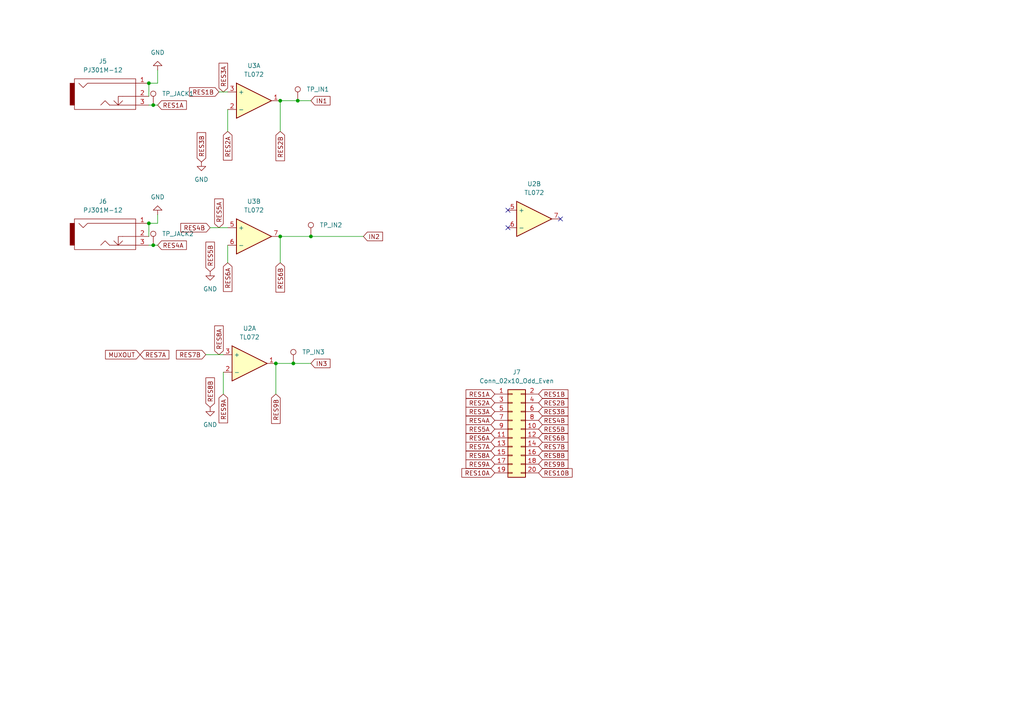
<source format=kicad_sch>
(kicad_sch (version 20231120) (generator "eeschema") (generator_version "8.0")
  (paper "A4")
  (lib_symbols
    (symbol "Connector:TestPoint" (pin_numbers hide) (pin_names (offset 0.762) hide)
      (property "Reference" "TP" (at 0 6.858 0))
      (property "Value" "TestPoint" (at 0 5.08 0))
      (symbol "TestPoint_0_1"
        (circle (center 0 3.302) (radius 0.762))
      )
      (symbol "TestPoint_1_1"
        (pin passive line (at 0 0 90) (length 2.54) (name "1") (number "1"))
      )
    )
    (symbol "Connector_Generic:Conn_02x10_Odd_Even" (pin_names (offset 1.016) hide)
      (property "Reference" "J" (at 1.27 12.7 0))
      (property "Value" "Conn_02x10_Odd_Even" (at 1.27 -15.24 0))
      (symbol "Conn_02x10_Odd_Even_1_1"
        (rectangle (start -1.27 -12.573) (end 0 -12.827) (stroke (width 0.1524)))
        (rectangle (start -1.27 -10.033) (end 0 -10.287) (stroke (width 0.1524)))
        (rectangle (start -1.27 -7.493) (end 0 -7.747) (stroke (width 0.1524)))
        (rectangle (start -1.27 -4.953) (end 0 -5.207) (stroke (width 0.1524)))
        (rectangle (start -1.27 -2.413) (end 0 -2.667) (stroke (width 0.1524)))
        (rectangle (start -1.27 0.127) (end 0 -0.127) (stroke (width 0.1524)))
        (rectangle (start -1.27 2.667) (end 0 2.413) (stroke (width 0.1524)))
        (rectangle (start -1.27 5.207) (end 0 4.953) (stroke (width 0.1524)))
        (rectangle (start -1.27 7.747) (end 0 7.493) (stroke (width 0.1524)))
        (rectangle (start -1.27 10.287) (end 0 10.033) (stroke (width 0.1524)))
        (rectangle (start -1.27 11.43) (end 3.81 -13.97) (stroke (width 0.254)) (fill (type background)))
        (rectangle (start 3.81 -12.573) (end 2.54 -12.827) (stroke (width 0.1524)))
        (rectangle (start 3.81 -10.033) (end 2.54 -10.287) (stroke (width 0.1524)))
        (rectangle (start 3.81 -7.493) (end 2.54 -7.747) (stroke (width 0.1524)))
        (rectangle (start 3.81 -4.953) (end 2.54 -5.207) (stroke (width 0.1524)))
        (rectangle (start 3.81 -2.413) (end 2.54 -2.667) (stroke (width 0.1524)))
        (rectangle (start 3.81 0.127) (end 2.54 -0.127) (stroke (width 0.1524)))
        (rectangle (start 3.81 2.667) (end 2.54 2.413) (stroke (width 0.1524)))
        (rectangle (start 3.81 5.207) (end 2.54 4.953) (stroke (width 0.1524)))
        (rectangle (start 3.81 7.747) (end 2.54 7.493) (stroke (width 0.1524)))
        (rectangle (start 3.81 10.287) (end 2.54 10.033) (stroke (width 0.1524)))
        (pin passive line (at -5.08 10.16 0) (length 3.81) (name "Pin_1") (number "1"))
        (pin passive line (at 7.62 0 180) (length 3.81) (name "Pin_10") (number "10"))
        (pin passive line (at -5.08 -2.54 0) (length 3.81) (name "Pin_11") (number "11"))
        (pin passive line (at 7.62 -2.54 180) (length 3.81) (name "Pin_12") (number "12"))
        (pin passive line (at -5.08 -5.08 0) (length 3.81) (name "Pin_13") (number "13"))
        (pin passive line (at 7.62 -5.08 180) (length 3.81) (name "Pin_14") (number "14"))
        (pin passive line (at -5.08 -7.62 0) (length 3.81) (name "Pin_15") (number "15"))
        (pin passive line (at 7.62 -7.62 180) (length 3.81) (name "Pin_16") (number "16"))
        (pin passive line (at -5.08 -10.16 0) (length 3.81) (name "Pin_17") (number "17"))
        (pin passive line (at 7.62 -10.16 180) (length 3.81) (name "Pin_18") (number "18"))
        (pin passive line (at -5.08 -12.7 0) (length 3.81) (name "Pin_19") (number "19"))
        (pin passive line (at 7.62 10.16 180) (length 3.81) (name "Pin_2") (number "2"))
        (pin passive line (at 7.62 -12.7 180) (length 3.81) (name "Pin_20") (number "20"))
        (pin passive line (at -5.08 7.62 0) (length 3.81) (name "Pin_3") (number "3"))
        (pin passive line (at 7.62 7.62 180) (length 3.81) (name "Pin_4") (number "4"))
        (pin passive line (at -5.08 5.08 0) (length 3.81) (name "Pin_5") (number "5"))
        (pin passive line (at 7.62 5.08 180) (length 3.81) (name "Pin_6") (number "6"))
        (pin passive line (at -5.08 2.54 0) (length 3.81) (name "Pin_7") (number "7"))
        (pin passive line (at 7.62 2.54 180) (length 3.81) (name "Pin_8") (number "8"))
        (pin passive line (at -5.08 0 0) (length 3.81) (name "Pin_9") (number "9"))
      )
    )
    (symbol "PCM_4ms_IC:TL072"
      (property "Reference" "U" (at 2.54 5.08 0))
      (property "Value" "TL072" (at 2.54 -3.81 0))
      (symbol "TL072_1_1"
        (polyline (pts (xy -5.08 5.08) (xy 5.08 0) (xy -5.08 -5.08) (xy -5.08 5.08)) (stroke (width 0.254)) (fill (type background)))
        (pin output line (at 7.62 0 180) (length 2.54) (name "~") (number "1"))
        (pin input line (at -7.62 -2.54 0) (length 2.54) (name "-") (number "2"))
        (pin input line (at -7.62 2.54 0) (length 2.54) (name "+") (number "3"))
      )
      (symbol "TL072_2_1"
        (polyline (pts (xy -5.08 5.08) (xy 5.08 0) (xy -5.08 -5.08) (xy -5.08 5.08)) (stroke (width 0.254)) (fill (type background)))
        (pin input line (at -7.62 2.54 0) (length 2.54) (name "+") (number "5"))
        (pin input line (at -7.62 -2.54 0) (length 2.54) (name "-") (number "6"))
        (pin output line (at 7.62 0 180) (length 2.54) (name "~") (number "7"))
      )
      (symbol "TL072_3_1"
        (rectangle (start -2.54 3.81) (end 2.54 -3.81) (fill (type background)))
        (pin power_in line (at 0 -6.35 90) (length 2.54) (name "V-") (number "4"))
        (pin power_in line (at 0 6.35 270) (length 2.54) (name "V+") (number "8"))
      )
    )
    (symbol "eurocad:PJ301M-12" (pin_names (offset 1.016))
      (property "Reference" "J" (at -8.89 -5.08 0))
      (property "Value" "PJ301M-12" (at -3.81 6.35 0))
      (symbol "PJ301M-12_0_1"
        (rectangle (start -11.43 3.81) (end -10.16 -2.54) (fill (type outline)))
        (polyline (pts (xy 3.81 0) (xy 7.62 0) (xy 7.62 0)))
        (polyline (pts (xy 0 -2.54) (xy -1.27 -1.27) (xy -2.54 -2.54) (xy -2.54 -2.54)))
        (polyline (pts (xy 0 -2.54) (xy 7.62 -2.54) (xy 7.62 -2.54) (xy 7.62 -2.54)))
        (polyline (pts (xy 1.27 -1.27) (xy 2.54 -2.54) (xy 3.81 -1.27) (xy 3.81 -1.27)))
        (polyline (pts (xy 3.81 0) (xy 2.54 0) (xy 2.54 -2.54) (xy 2.54 -2.54)))
        (polyline (pts (xy 7.62 3.81) (xy -6.35 3.81) (xy -7.62 2.54) (xy -8.89 3.81) (xy -8.89 3.81)))
        (rectangle (start 7.62 -3.81) (end -10.16 5.08))
      )
      (symbol "PJ301M-12_1_1"
        (pin passive line (at 11.43 3.81 180) (length 3.81) (name "~") (number "1"))
        (pin passive line (at 11.43 0 180) (length 3.81) (name "~") (number "2"))
        (pin passive line (at 11.43 -2.54 180) (length 3.81) (name "~") (number "3"))
      )
    )
    (symbol "power:GND" (power) (pin_numbers hide) (pin_names (offset 0) hide)
      (property "Value" "GND" (at 0 -3.81 0))
      (symbol "GND_0_1"
        (polyline (pts (xy 0 0) (xy 0 -1.27) (xy 1.27 -1.27) (xy 0 -2.54) (xy -1.27 -1.27) (xy 0 -1.27)))
      )
      (symbol "GND_1_1"
        (pin power_in line (at 0 0 270) (length 0) (name "~") (number "1"))
      )
    )
  )
  (junction (at 44.45 30.48))
  (junction (at 80.01 105.41))
  (junction (at 86.36 29.21))
  (junction (at 81.28 29.21))
  (junction (at 43.18 64.77))
  (junction (at 85.09 105.41))
  (junction (at 44.45 71.12))
  (junction (at 43.18 24.13))
  (junction (at 90.17 68.58))
  (junction (at 81.28 68.58))
  (no_connect (at 147.32 66.04))
  (no_connect (at 147.32 60.96))
  (no_connect (at 162.56 63.5))
  (wire (pts (xy 90.17 68.58) (xy 105.41 68.58)))
  (wire (pts (xy 81.28 76.2) (xy 81.28 68.58)))
  (wire (pts (xy 45.72 71.12) (xy 44.45 71.12)))
  (wire (pts (xy 66.04 31.75) (xy 66.04 38.1)))
  (wire (pts (xy 80.01 105.41) (xy 85.09 105.41)))
  (wire (pts (xy 80.01 114.3) (xy 80.01 105.41)))
  (wire (pts (xy 81.28 68.58) (xy 90.17 68.58)))
  (wire (pts (xy 45.72 30.48) (xy 44.45 30.48)))
  (wire (pts (xy 63.5 26.67) (xy 66.04 26.67)))
  (wire (pts (xy 45.72 62.23) (xy 45.72 64.77)))
  (wire (pts (xy 43.18 64.77) (xy 43.18 68.58)))
  (wire (pts (xy 44.45 71.12) (xy 43.18 71.12)))
  (wire (pts (xy 81.28 29.21) (xy 86.36 29.21)))
  (wire (pts (xy 66.04 71.12) (xy 66.04 76.2)))
  (wire (pts (xy 59.69 102.87) (xy 64.77 102.87)))
  (wire (pts (xy 44.45 30.48) (xy 43.18 30.48)))
  (wire (pts (xy 60.96 66.04) (xy 66.04 66.04)))
  (wire (pts (xy 43.18 24.13) (xy 43.18 27.94)))
  (wire (pts (xy 45.72 64.77) (xy 43.18 64.77)))
  (wire (pts (xy 85.09 105.41) (xy 90.17 105.41)))
  (wire (pts (xy 81.28 38.1) (xy 81.28 29.21)))
  (wire (pts (xy 45.72 20.32) (xy 45.72 24.13)))
  (wire (pts (xy 64.77 107.95) (xy 64.77 114.3)))
  (wire (pts (xy 86.36 29.21) (xy 90.17 29.21)))
  (wire (pts (xy 45.72 24.13) (xy 43.18 24.13)))
  (global_label "MUXOUT" (shape input) (at 40.64 102.87 180) (property "Intersheetrefs" "${INTERSHEET_REFS}" (effects (hide yes))))
  (global_label "RES3B" (shape input) (at 58.42 46.99 90) (property "Intersheetrefs" "${INTERSHEET_REFS}" (effects (hide yes))))
  (global_label "RES4B" (shape input) (at 60.96 66.04 180) (property "Intersheetrefs" "${INTERSHEET_REFS}" (effects (hide yes))))
  (global_label "RES1B" (shape input) (at 63.5 26.67 180) (property "Intersheetrefs" "${INTERSHEET_REFS}" (effects (hide yes))))
  (global_label "RES5B" (shape input) (at 156.21 124.46 0) (property "Intersheetrefs" "${INTERSHEET_REFS}" (effects (hide yes))))
  (global_label "RES9B" (shape input) (at 80.01 114.3 270) (property "Intersheetrefs" "${INTERSHEET_REFS}" (effects (hide yes))))
  (global_label "RES8B" (shape input) (at 156.21 132.08 0) (property "Intersheetrefs" "${INTERSHEET_REFS}" (effects (hide yes))))
  (global_label "RES7B" (shape input) (at 59.69 102.87 180) (property "Intersheetrefs" "${INTERSHEET_REFS}" (effects (hide yes))))
  (global_label "RES6B" (shape input) (at 156.21 127 0) (property "Intersheetrefs" "${INTERSHEET_REFS}" (effects (hide yes))))
  (global_label "RES7A" (shape input) (at 40.64 102.87 0) (property "Intersheetrefs" "${INTERSHEET_REFS}" (effects (hide yes))))
  (global_label "RES5A" (shape input) (at 63.5 66.04 90) (property "Intersheetrefs" "${INTERSHEET_REFS}" (effects (hide yes))))
  (global_label "RES3A" (shape input) (at 64.77 26.67 90) (property "Intersheetrefs" "${INTERSHEET_REFS}" (effects (hide yes))))
  (global_label "RES3A" (shape input) (at 143.51 119.38 180) (property "Intersheetrefs" "${INTERSHEET_REFS}" (effects (hide yes))))
  (global_label "RES10A" (shape input) (at 143.51 137.16 180) (property "Intersheetrefs" "${INTERSHEET_REFS}" (effects (hide yes))))
  (global_label "RES1A" (shape input) (at 45.72 30.48 0) (property "Intersheetrefs" "${INTERSHEET_REFS}" (effects (hide yes))))
  (global_label "RES6B" (shape input) (at 81.28 76.2 270) (property "Intersheetrefs" "${INTERSHEET_REFS}" (effects (hide yes))))
  (global_label "RES8B" (shape input) (at 60.96 118.11 90) (property "Intersheetrefs" "${INTERSHEET_REFS}" (effects (hide yes))))
  (global_label "RES4A" (shape input) (at 143.51 121.92 180) (property "Intersheetrefs" "${INTERSHEET_REFS}" (effects (hide yes))))
  (global_label "RES2B" (shape input) (at 156.21 116.84 0) (property "Intersheetrefs" "${INTERSHEET_REFS}" (effects (hide yes))))
  (global_label "IN3" (shape input) (at 90.17 105.41 0) (property "Intersheetrefs" "${INTERSHEET_REFS}" (effects (hide yes))))
  (global_label "RES2A" (shape input) (at 66.04 38.1 270) (property "Intersheetrefs" "${INTERSHEET_REFS}" (effects (hide yes))))
  (global_label "IN1" (shape input) (at 90.17 29.21 0) (property "Intersheetrefs" "${INTERSHEET_REFS}" (effects (hide yes))))
  (global_label "RES2B" (shape input) (at 81.28 38.1 270) (property "Intersheetrefs" "${INTERSHEET_REFS}" (effects (hide yes))))
  (global_label "RES8A" (shape input) (at 143.51 132.08 180) (property "Intersheetrefs" "${INTERSHEET_REFS}" (effects (hide yes))))
  (global_label "RES9A" (shape input) (at 143.51 134.62 180) (property "Intersheetrefs" "${INTERSHEET_REFS}" (effects (hide yes))))
  (global_label "RES1B" (shape input) (at 156.21 114.3 0) (property "Intersheetrefs" "${INTERSHEET_REFS}" (effects (hide yes))))
  (global_label "RES6A" (shape input) (at 143.51 127 180) (property "Intersheetrefs" "${INTERSHEET_REFS}" (effects (hide yes))))
  (global_label "RES7B" (shape input) (at 156.21 129.54 0) (property "Intersheetrefs" "${INTERSHEET_REFS}" (effects (hide yes))))
  (global_label "RES3B" (shape input) (at 156.21 119.38 0) (property "Intersheetrefs" "${INTERSHEET_REFS}" (effects (hide yes))))
  (global_label "RES7A" (shape input) (at 143.51 129.54 180) (property "Intersheetrefs" "${INTERSHEET_REFS}" (effects (hide yes))))
  (global_label "RES6A" (shape input) (at 66.04 76.2 270) (property "Intersheetrefs" "${INTERSHEET_REFS}" (effects (hide yes))))
  (global_label "RES9A" (shape input) (at 64.77 114.3 270) (property "Intersheetrefs" "${INTERSHEET_REFS}" (effects (hide yes))))
  (global_label "RES5B" (shape input) (at 60.96 78.74 90) (property "Intersheetrefs" "${INTERSHEET_REFS}" (effects (hide yes))))
  (global_label "RES5A" (shape input) (at 143.51 124.46 180) (property "Intersheetrefs" "${INTERSHEET_REFS}" (effects (hide yes))))
  (global_label "RES4B" (shape input) (at 156.21 121.92 0) (property "Intersheetrefs" "${INTERSHEET_REFS}" (effects (hide yes))))
  (global_label "RES2A" (shape input) (at 143.51 116.84 180) (property "Intersheetrefs" "${INTERSHEET_REFS}" (effects (hide yes))))
  (global_label "RES4A" (shape input) (at 45.72 71.12 0) (property "Intersheetrefs" "${INTERSHEET_REFS}" (effects (hide yes))))
  (global_label "IN2" (shape input) (at 105.41 68.58 0) (property "Intersheetrefs" "${INTERSHEET_REFS}" (effects (hide yes))))
  (global_label "RES10B" (shape input) (at 156.21 137.16 0) (property "Intersheetrefs" "${INTERSHEET_REFS}" (effects (hide yes))))
  (global_label "RES9B" (shape input) (at 156.21 134.62 0) (property "Intersheetrefs" "${INTERSHEET_REFS}" (effects (hide yes))))
  (global_label "RES8A" (shape input) (at 63.5 102.87 90) (property "Intersheetrefs" "${INTERSHEET_REFS}" (effects (hide yes))))
  (global_label "RES1A" (shape input) (at 143.51 114.3 180) (property "Intersheetrefs" "${INTERSHEET_REFS}" (effects (hide yes))))
  (symbol (lib_id "PCM_4ms_IC:TL072") (at 73.66 68.58 0) (unit 2)
    (property "Reference" "U3" (at 73.66 58.42 0))
    (property "Value" "TL072" (at 73.66 60.96 0))
    (property "Footprint" "4ms_Package_SSOP:TSSOP-8_4.4x3mm_Pitch0.65mm" (effects (hide yes)))
    (property "Description" "TL072 Dual Opamp TSSOP-8" (effects (hide yes)))
    (property "Specifications" "TL072 Dual Opamp" (effects (hide yes)))
    (property "JLCPCB ID" "C90748" (effects (hide yes)))
  )
  (symbol (lib_id "power:GND") (at 45.72 20.32 180) (unit 1)
    (property "Reference" "#PWR011" (effects (hide yes)))
    (property "Value" "GND" (at 45.72 15.24 0))
    (property "Description" "Power symbol creates a global label with name \"GND\" , ground" (effects (hide yes)))
  )
  (symbol (lib_id "Connector:TestPoint") (at 44.45 30.48 0) (unit 1)
    (property "Reference" "TP_JACK1" (at 46.99 27.1779 0) (effects (justify left)))
    (property "Value" "TestPoint" (effects (hide yes)))
    (property "Footprint" "TestPoint:TestPoint_Keystone_5005-5009_Compact" (effects (hide yes)))
    (property "Description" "test point" (effects (hide yes)))
  )
  (symbol (lib_id "Connector:TestPoint") (at 86.36 29.21 0) (unit 1)
    (property "Reference" "TP_IN1" (at 88.9 25.9079 0) (effects (justify left)))
    (property "Value" "TestPoint" (effects (hide yes)))
    (property "Footprint" "TestPoint:TestPoint_Keystone_5005-5009_Compact" (effects (hide yes)))
    (property "Description" "test point" (effects (hide yes)))
  )
  (symbol (lib_id "Connector:TestPoint") (at 90.17 68.58 0) (unit 1)
    (property "Reference" "TP_IN2" (at 92.71 65.2779 0) (effects (justify left)))
    (property "Value" "TestPoint" (effects (hide yes)))
    (property "Footprint" "TestPoint:TestPoint_Keystone_5005-5009_Compact" (effects (hide yes)))
    (property "Description" "test point" (effects (hide yes)))
  )
  (symbol (lib_id "PCM_4ms_IC:TL072") (at 73.66 29.21 0) (unit 1)
    (property "Reference" "U3" (at 73.66 19.05 0))
    (property "Value" "TL072" (at 73.66 21.59 0))
    (property "Footprint" "4ms_Package_SSOP:TSSOP-8_4.4x3mm_Pitch0.65mm" (effects (hide yes)))
    (property "Description" "TL072 Dual Opamp TSSOP-8" (effects (hide yes)))
    (property "Specifications" "TL072 Dual Opamp" (effects (hide yes)))
    (property "JLCPCB ID" "C90748" (effects (hide yes)))
  )
  (symbol (lib_id "Connector:TestPoint") (at 85.09 105.41 0) (unit 1)
    (property "Reference" "TP_IN3" (at 87.63 102.1079 0) (effects (justify left)))
    (property "Value" "TestPoint" (effects (hide yes)))
    (property "Footprint" "TestPoint:TestPoint_Keystone_5005-5009_Compact" (effects (hide yes)))
    (property "Description" "test point" (effects (hide yes)))
  )
  (symbol (lib_id "power:GND") (at 45.72 62.23 180) (unit 1)
    (property "Reference" "#PWR012" (effects (hide yes)))
    (property "Value" "GND" (at 45.72 57.15 0))
    (property "Description" "Power symbol creates a global label with name \"GND\" , ground" (effects (hide yes)))
  )
  (symbol (lib_id "PCM_4ms_IC:TL072") (at 72.39 105.41 0) (unit 1)
    (property "Reference" "U2" (at 72.39 95.25 0))
    (property "Value" "TL072" (at 72.39 97.79 0))
    (property "Footprint" "4ms_Package_SSOP:TSSOP-8_4.4x3mm_Pitch0.65mm" (effects (hide yes)))
    (property "Description" "TL072 Dual Opamp TSSOP-8" (effects (hide yes)))
    (property "Specifications" "TL072 Dual Opamp" (effects (hide yes)))
    (property "JLCPCB ID" "C90748" (effects (hide yes)))
  )
  (symbol (lib_id "PCM_4ms_IC:TL072") (at 154.94 63.5 0) (unit 2)
    (property "Reference" "U2" (at 154.94 53.34 0))
    (property "Value" "TL072" (at 154.94 55.88 0))
    (property "Footprint" "4ms_Package_SSOP:TSSOP-8_4.4x3mm_Pitch0.65mm" (effects (hide yes)))
    (property "Description" "TL072 Dual Opamp TSSOP-8" (effects (hide yes)))
    (property "Specifications" "TL072 Dual Opamp" (effects (hide yes)))
    (property "JLCPCB ID" "C90748" (effects (hide yes)))
  )
  (symbol (lib_id "eurocad:PJ301M-12") (at 31.75 68.58 0) (unit 1)
    (property "Reference" "J6" (at 29.845 58.42 0))
    (property "Value" "PJ301M-12" (at 29.845 60.96 0))
    (property "Footprint" "Eurocad:PJ301M-12" (effects (hide yes)))
  )
  (symbol (lib_id "power:GND") (at 60.96 78.74 0) (unit 1)
    (property "Reference" "#PWR025" (effects (hide yes)))
    (property "Value" "GND" (at 60.96 83.82 0))
    (property "Description" "Power symbol creates a global label with name \"GND\" , ground" (effects (hide yes)))
  )
  (symbol (lib_id "eurocad:PJ301M-12") (at 31.75 27.94 0) (unit 1)
    (property "Reference" "J5" (at 29.845 17.78 0))
    (property "Value" "PJ301M-12" (at 29.845 20.32 0))
    (property "Footprint" "Eurocad:PJ301M-12" (effects (hide yes)))
  )
  (symbol (lib_id "Connector_Generic:Conn_02x10_Odd_Even") (at 148.59 124.46 0) (unit 1)
    (property "Reference" "J7" (at 149.86 107.95 0))
    (property "Value" "Conn_02x10_Odd_Even" (at 149.86 110.49 0))
    (property "Footprint" "Package_DIP:DIP-20_W7.62mm_Socket" (effects (hide yes)))
    (property "Description" "Generic connector, double row, 02x10, odd/even pin numbering scheme (row 1 odd numbers, row 2 even numbers), script generated (kicad-library-utils/schlib/autogen/connector/)" (effects (hide yes)))
  )
  (symbol (lib_id "power:GND") (at 58.42 46.99 0) (unit 1)
    (property "Reference" "#PWR024" (effects (hide yes)))
    (property "Value" "GND" (at 58.42 52.07 0))
    (property "Description" "Power symbol creates a global label with name \"GND\" , ground" (effects (hide yes)))
  )
  (symbol (lib_id "Connector:TestPoint") (at 44.45 71.12 0) (unit 1)
    (property "Reference" "TP_JACK2" (at 46.99 67.8179 0) (effects (justify left)))
    (property "Value" "TestPoint" (effects (hide yes)))
    (property "Footprint" "TestPoint:TestPoint_Keystone_5005-5009_Compact" (effects (hide yes)))
    (property "Description" "test point" (effects (hide yes)))
  )
  (symbol (lib_id "power:GND") (at 60.96 118.11 0) (unit 1)
    (property "Reference" "#PWR028" (effects (hide yes)))
    (property "Value" "GND" (at 60.96 123.19 0))
    (property "Description" "Power symbol creates a global label with name \"GND\" , ground" (effects (hide yes)))
  )
)
</source>
